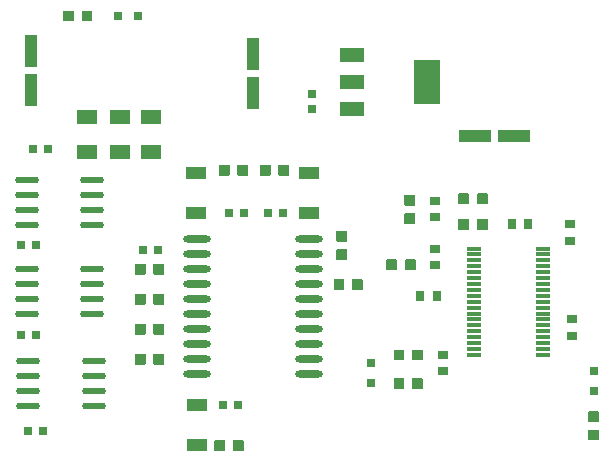
<source format=gtp>
G04*
G04 #@! TF.GenerationSoftware,Altium Limited,Altium Designer,18.1.9 (240)*
G04*
G04 Layer_Color=8421504*
%FSLAX25Y25*%
%MOIN*%
G70*
G01*
G75*
%ADD17R,0.04331X0.11024*%
%ADD18R,0.11024X0.04331*%
%ADD19R,0.06697X0.04754*%
%ADD20O,0.08014X0.02260*%
%ADD21R,0.07874X0.04724*%
%ADD22R,0.09055X0.14961*%
%ADD23R,0.03000X0.03000*%
%ADD24R,0.03175X0.03402*%
%ADD25R,0.03150X0.03150*%
%ADD26R,0.06693X0.04331*%
%ADD27R,0.05118X0.01181*%
%ADD28R,0.03402X0.03175*%
%ADD29R,0.03543X0.03150*%
%ADD30R,0.03150X0.03150*%
%ADD31R,0.03150X0.03543*%
%ADD32R,0.03000X0.03000*%
%ADD33O,0.09291X0.02343*%
G36*
X378367Y318592D02*
Y315442D01*
X378170Y315245D01*
X375021D01*
X374824Y315442D01*
Y316395D01*
X376280D01*
Y317694D01*
X374824D01*
Y318592D01*
X375021Y318789D01*
X378170D01*
X378367Y318592D01*
D02*
G37*
G36*
X372068D02*
Y317694D01*
X370572D01*
Y316395D01*
X372068D01*
Y315442D01*
X371871Y315245D01*
X368761D01*
X368564Y315442D01*
Y318592D01*
X368761Y318789D01*
X371871D01*
X372068Y318592D01*
D02*
G37*
G36*
X378367Y308592D02*
Y305442D01*
X378170Y305245D01*
X375021D01*
X374824Y305442D01*
Y306395D01*
X376280D01*
Y307694D01*
X374824D01*
Y308592D01*
X375021Y308789D01*
X378170D01*
X378367Y308592D01*
D02*
G37*
G36*
X372068D02*
Y307694D01*
X370572D01*
Y306395D01*
X372068D01*
Y305442D01*
X371871Y305245D01*
X368761D01*
X368564Y305442D01*
Y308592D01*
X368761Y308789D01*
X371871D01*
X372068Y308592D01*
D02*
G37*
G36*
X378367Y298592D02*
Y295442D01*
X378170Y295245D01*
X375021D01*
X374824Y295442D01*
Y296395D01*
X376280D01*
Y297694D01*
X374824D01*
Y298592D01*
X375021Y298789D01*
X378170D01*
X378367Y298592D01*
D02*
G37*
G36*
X372068D02*
Y297694D01*
X370572D01*
Y296395D01*
X372068D01*
Y295442D01*
X371871Y295245D01*
X368761D01*
X368564Y295442D01*
Y298592D01*
X368761Y298789D01*
X371871D01*
X372068Y298592D01*
D02*
G37*
G36*
X378367Y288592D02*
Y285442D01*
X378170Y285245D01*
X375021D01*
X374824Y285442D01*
Y286395D01*
X376280D01*
Y287694D01*
X374824D01*
Y288592D01*
X375021Y288789D01*
X378170D01*
X378367Y288592D01*
D02*
G37*
G36*
X372068D02*
Y287694D01*
X370572D01*
Y286395D01*
X372068D01*
Y285442D01*
X371871Y285245D01*
X368761D01*
X368564Y285442D01*
Y288592D01*
X368761Y288789D01*
X371871D01*
X372068Y288592D01*
D02*
G37*
G36*
X404902Y259882D02*
Y256732D01*
X404705Y256535D01*
X401555D01*
X401358Y256732D01*
Y257685D01*
X402815D01*
Y258984D01*
X401358D01*
Y259882D01*
X401555Y260079D01*
X404705D01*
X404902Y259882D01*
D02*
G37*
G36*
X398602D02*
Y258984D01*
X397106D01*
Y257685D01*
X398602D01*
Y256732D01*
X398406Y256535D01*
X395295D01*
X395098Y256732D01*
Y259882D01*
X395295Y260079D01*
X398406D01*
X398602Y259882D01*
D02*
G37*
G36*
X354436Y403075D02*
Y399925D01*
X354239Y399728D01*
X351090D01*
X350893Y399925D01*
Y400878D01*
X352349D01*
Y402177D01*
X350893D01*
Y403075D01*
X351090Y403272D01*
X354239D01*
X354436Y403075D01*
D02*
G37*
G36*
X348137D02*
Y402177D01*
X346641D01*
Y400878D01*
X348137D01*
Y399925D01*
X347940Y399728D01*
X344830D01*
X344633Y399925D01*
Y403075D01*
X344830Y403272D01*
X347940D01*
X348137Y403075D01*
D02*
G37*
G36*
X355848Y369805D02*
Y365839D01*
X355455Y365445D01*
X354032D01*
X353639Y365839D01*
Y366668D01*
X353245Y367061D01*
X351755D01*
X351361Y366668D01*
Y365839D01*
X350968Y365445D01*
X349545D01*
X349152Y365839D01*
Y369805D01*
X349545Y370199D01*
X355455D01*
X355848Y369805D01*
D02*
G37*
G36*
X377348Y369805D02*
Y365839D01*
X376955Y365445D01*
X375532D01*
X375138Y365839D01*
Y366668D01*
X374745Y367061D01*
X373255D01*
X372862Y366668D01*
Y365839D01*
X372468Y365445D01*
X371045D01*
X370652Y365839D01*
Y369805D01*
X371045Y370199D01*
X376955D01*
X377348Y369805D01*
D02*
G37*
G36*
X366848D02*
Y365839D01*
X366455Y365445D01*
X365032D01*
X364638Y365839D01*
Y366668D01*
X364245Y367061D01*
X362755D01*
X362362Y366668D01*
Y365839D01*
X361968Y365445D01*
X360545D01*
X360152Y365839D01*
Y369805D01*
X360545Y370199D01*
X366455D01*
X366848Y369805D01*
D02*
G37*
G36*
X355848Y358161D02*
Y354195D01*
X355455Y353801D01*
X349545D01*
X349152Y354195D01*
Y358161D01*
X349545Y358555D01*
X350968D01*
X351361Y358161D01*
Y357332D01*
X351755Y356939D01*
X353245D01*
X353639Y357332D01*
Y358161D01*
X354032Y358555D01*
X355455D01*
X355848Y358161D01*
D02*
G37*
G36*
X377348Y358161D02*
Y354195D01*
X376955Y353801D01*
X371045D01*
X370652Y354195D01*
Y358161D01*
X371045Y358555D01*
X372468D01*
X372862Y358161D01*
Y357332D01*
X373255Y356939D01*
X374745D01*
X375138Y357332D01*
Y358161D01*
X375532Y358555D01*
X376955D01*
X377348Y358161D01*
D02*
G37*
G36*
X366848D02*
Y354195D01*
X366455Y353801D01*
X360545D01*
X360152Y354195D01*
Y358161D01*
X360545Y358555D01*
X361968D01*
X362362Y358161D01*
Y357332D01*
X362755Y356939D01*
X364245D01*
X364638Y357332D01*
Y358161D01*
X365032Y358555D01*
X366455D01*
X366848Y358161D01*
D02*
G37*
G36*
X406367Y351575D02*
Y348425D01*
X406170Y348228D01*
X403021D01*
X402824Y348425D01*
Y349378D01*
X404281D01*
Y350677D01*
X402824D01*
Y351575D01*
X403021Y351772D01*
X406170D01*
X406367Y351575D01*
D02*
G37*
G36*
X400068D02*
Y350677D01*
X398572D01*
Y349378D01*
X400068D01*
Y348425D01*
X399871Y348228D01*
X396761D01*
X396564Y348425D01*
Y351575D01*
X396761Y351772D01*
X399871D01*
X400068Y351575D01*
D02*
G37*
G36*
X420054D02*
Y348425D01*
X419857Y348228D01*
X416708D01*
X416511Y348425D01*
Y349378D01*
X417968D01*
Y350677D01*
X416511D01*
Y351575D01*
X416708Y351772D01*
X419857D01*
X420054Y351575D01*
D02*
G37*
G36*
X413755D02*
Y350677D01*
X412259D01*
Y349378D01*
X413755D01*
Y348425D01*
X413558Y348228D01*
X410448D01*
X410251Y348425D01*
Y351575D01*
X410448Y351772D01*
X413558D01*
X413755Y351575D01*
D02*
G37*
G36*
X486142Y342134D02*
Y338984D01*
X485945Y338787D01*
X482835D01*
X482638Y338984D01*
Y339881D01*
X484134D01*
Y341181D01*
X482638D01*
Y342134D01*
X482835Y342330D01*
X485945D01*
X486142Y342134D01*
D02*
G37*
G36*
X479882D02*
Y341181D01*
X478425D01*
Y339881D01*
X479882D01*
Y338984D01*
X479685Y338787D01*
X476536D01*
X476339Y338984D01*
Y342134D01*
X476536Y342330D01*
X479685D01*
X479882Y342134D01*
D02*
G37*
G36*
X461977Y341670D02*
Y338560D01*
X461781Y338363D01*
X460883D01*
Y339859D01*
X459584D01*
Y338363D01*
X458631D01*
X458434Y338560D01*
Y341670D01*
X458631Y341867D01*
X461781D01*
X461977Y341670D01*
D02*
G37*
G36*
Y335410D02*
Y332261D01*
X461781Y332064D01*
X458631D01*
X458434Y332261D01*
Y335410D01*
X458631Y335607D01*
X459584D01*
Y334151D01*
X460883D01*
Y335607D01*
X461781D01*
X461977Y335410D01*
D02*
G37*
G36*
X486142Y333633D02*
Y330484D01*
X485945Y330287D01*
X482795D01*
X482599Y330484D01*
Y331437D01*
X484055D01*
Y332736D01*
X482599D01*
Y333633D01*
X482795Y333830D01*
X485945D01*
X486142Y333633D01*
D02*
G37*
G36*
X479843D02*
Y332736D01*
X478347D01*
Y331437D01*
X479843D01*
Y330484D01*
X479646Y330287D01*
X476536D01*
X476339Y330484D01*
Y333633D01*
X476536Y333830D01*
X479646D01*
X479843Y333633D01*
D02*
G37*
G36*
X439272Y329687D02*
Y326538D01*
X439075Y326341D01*
X438122D01*
Y327798D01*
X436823D01*
Y326341D01*
X435925D01*
X435728Y326538D01*
Y329687D01*
X435925Y329884D01*
X439075D01*
X439272Y329687D01*
D02*
G37*
G36*
Y323388D02*
Y320278D01*
X439075Y320081D01*
X435925D01*
X435728Y320278D01*
Y323388D01*
X435925Y323585D01*
X436823D01*
Y322089D01*
X438122D01*
Y323585D01*
X439075D01*
X439272Y323388D01*
D02*
G37*
G36*
X462142Y320124D02*
Y316974D01*
X461945Y316777D01*
X458835D01*
X458638Y316974D01*
Y317871D01*
X460134D01*
Y319171D01*
X458638D01*
Y320124D01*
X458835Y320320D01*
X461945D01*
X462142Y320124D01*
D02*
G37*
G36*
X455882D02*
Y319171D01*
X454425D01*
Y317871D01*
X455882D01*
Y316974D01*
X455685Y316777D01*
X452535D01*
X452339Y316974D01*
Y320124D01*
X452535Y320320D01*
X455685D01*
X455882Y320124D01*
D02*
G37*
G36*
X444648Y313575D02*
Y310425D01*
X444451Y310228D01*
X441301D01*
X441104Y310425D01*
Y311378D01*
X442561D01*
Y312677D01*
X441104D01*
Y313575D01*
X441301Y313772D01*
X444451D01*
X444648Y313575D01*
D02*
G37*
G36*
X438348D02*
Y312677D01*
X436852D01*
Y311378D01*
X438348D01*
Y310425D01*
X438152Y310228D01*
X435041D01*
X434844Y310425D01*
Y313575D01*
X435041Y313772D01*
X438152D01*
X438348Y313575D01*
D02*
G37*
G36*
X464642Y290075D02*
Y286925D01*
X464445Y286728D01*
X461296D01*
X461099Y286925D01*
Y287878D01*
X462555D01*
Y289177D01*
X461099D01*
Y290075D01*
X461296Y290272D01*
X464445D01*
X464642Y290075D01*
D02*
G37*
G36*
X458343D02*
Y289177D01*
X456847D01*
Y287878D01*
X458343D01*
Y286925D01*
X458146Y286728D01*
X455036D01*
X454839Y286925D01*
Y290075D01*
X455036Y290272D01*
X458146D01*
X458343Y290075D01*
D02*
G37*
G36*
X464642Y280575D02*
Y277425D01*
X464445Y277228D01*
X461296D01*
X461099Y277425D01*
Y278378D01*
X462555D01*
Y279677D01*
X461099D01*
Y280575D01*
X461296Y280772D01*
X464445D01*
X464642Y280575D01*
D02*
G37*
G36*
X458343D02*
Y279677D01*
X456847D01*
Y278378D01*
X458343D01*
Y277425D01*
X458146Y277228D01*
X455036D01*
X454839Y277425D01*
Y280575D01*
X455036Y280772D01*
X458146D01*
X458343Y280575D01*
D02*
G37*
G36*
X523272Y269624D02*
Y266474D01*
X523075Y266277D01*
X522122D01*
Y267734D01*
X520823D01*
Y266277D01*
X519925D01*
X519728Y266474D01*
Y269624D01*
X519925Y269821D01*
X523075D01*
X523272Y269624D01*
D02*
G37*
G36*
Y263325D02*
Y260214D01*
X523075Y260017D01*
X519925D01*
X519728Y260214D01*
Y263325D01*
X519925Y263521D01*
X520823D01*
Y262025D01*
X522122D01*
Y263521D01*
X523075D01*
X523272Y263325D01*
D02*
G37*
D17*
X334000Y376774D02*
D03*
Y389848D02*
D03*
X408000Y375774D02*
D03*
Y388848D02*
D03*
D18*
X481963Y361500D02*
D03*
X495037D02*
D03*
D19*
X363500Y356178D02*
D03*
Y367822D02*
D03*
X374000Y356178D02*
D03*
Y367822D02*
D03*
X352500Y356178D02*
D03*
Y367822D02*
D03*
D20*
X354293Y302000D02*
D03*
Y307000D02*
D03*
Y312000D02*
D03*
Y317000D02*
D03*
X332500Y302000D02*
D03*
Y307000D02*
D03*
Y312000D02*
D03*
Y317000D02*
D03*
X354397Y331941D02*
D03*
Y336941D02*
D03*
Y341941D02*
D03*
Y346941D02*
D03*
X332603Y331941D02*
D03*
Y336941D02*
D03*
Y341941D02*
D03*
Y346941D02*
D03*
X333103Y286500D02*
D03*
Y281500D02*
D03*
Y276500D02*
D03*
Y271500D02*
D03*
X354897Y286500D02*
D03*
Y281500D02*
D03*
Y276500D02*
D03*
Y271500D02*
D03*
D21*
X441000Y388555D02*
D03*
Y370445D02*
D03*
Y379500D02*
D03*
D22*
X466000D02*
D03*
D23*
X335618Y295000D02*
D03*
X330500D02*
D03*
X338059Y263000D02*
D03*
X332941D02*
D03*
X335618Y325000D02*
D03*
X330500D02*
D03*
X399941Y335807D02*
D03*
X405059D02*
D03*
X418118Y335824D02*
D03*
X413000D02*
D03*
X402965Y271693D02*
D03*
X397847D02*
D03*
X334500Y357000D02*
D03*
X339618D02*
D03*
X371313Y323468D02*
D03*
X376431D02*
D03*
D24*
X352500Y401500D02*
D03*
X346569D02*
D03*
X398500Y350000D02*
D03*
X404431D02*
D03*
X412187D02*
D03*
X418118D02*
D03*
X484206Y340559D02*
D03*
X478275D02*
D03*
X478275Y332059D02*
D03*
X484206D02*
D03*
X460206Y318549D02*
D03*
X454275D02*
D03*
X456775Y279000D02*
D03*
X462706D02*
D03*
X436781Y312000D02*
D03*
X442711D02*
D03*
X370500Y317017D02*
D03*
X376431D02*
D03*
X370500Y307017D02*
D03*
X376431D02*
D03*
X370500Y297017D02*
D03*
X376431D02*
D03*
X370500Y287017D02*
D03*
X376431D02*
D03*
X397035Y258307D02*
D03*
X402965D02*
D03*
X456775Y288500D02*
D03*
X462706D02*
D03*
D25*
X369700Y401500D02*
D03*
X363000D02*
D03*
D26*
X426622Y335824D02*
D03*
Y349210D02*
D03*
X389000Y335807D02*
D03*
Y349193D02*
D03*
X389378Y271693D02*
D03*
Y258307D02*
D03*
D27*
X504544Y323943D02*
D03*
Y321975D02*
D03*
Y320006D02*
D03*
Y318038D02*
D03*
Y316069D02*
D03*
Y314101D02*
D03*
Y312132D02*
D03*
Y310164D02*
D03*
Y308195D02*
D03*
Y306227D02*
D03*
Y304258D02*
D03*
Y302290D02*
D03*
Y300321D02*
D03*
Y298353D02*
D03*
X504549Y296389D02*
D03*
X504542Y294408D02*
D03*
Y292446D02*
D03*
X504545Y290474D02*
D03*
X504542Y288509D02*
D03*
X481706Y288506D02*
D03*
Y290475D02*
D03*
Y292443D02*
D03*
Y294412D02*
D03*
Y296380D02*
D03*
Y298349D02*
D03*
Y300317D02*
D03*
Y302286D02*
D03*
Y304254D02*
D03*
Y306223D02*
D03*
Y308191D02*
D03*
Y310160D02*
D03*
Y312128D02*
D03*
Y314097D02*
D03*
Y316065D02*
D03*
X481708Y318034D02*
D03*
X481706Y320000D02*
D03*
Y321971D02*
D03*
X481716Y323949D02*
D03*
D28*
X460206Y339931D02*
D03*
Y334000D02*
D03*
X521500Y261953D02*
D03*
Y267884D02*
D03*
X437500Y322017D02*
D03*
Y327948D02*
D03*
D29*
X468706Y334420D02*
D03*
Y339931D02*
D03*
Y323949D02*
D03*
Y318438D02*
D03*
X471206Y288500D02*
D03*
Y282989D02*
D03*
X514206Y300321D02*
D03*
Y294810D02*
D03*
X513500Y326478D02*
D03*
Y331989D02*
D03*
D30*
X521500Y276535D02*
D03*
Y283235D02*
D03*
X447206Y285700D02*
D03*
Y279000D02*
D03*
D31*
X463695Y308195D02*
D03*
X469206D02*
D03*
X499717Y331989D02*
D03*
X494206D02*
D03*
D32*
X427500Y370500D02*
D03*
Y375618D02*
D03*
D33*
X426622Y282017D02*
D03*
Y287017D02*
D03*
Y292017D02*
D03*
Y297017D02*
D03*
Y302017D02*
D03*
Y307017D02*
D03*
Y312017D02*
D03*
Y317017D02*
D03*
Y322017D02*
D03*
Y327017D02*
D03*
X389378Y282017D02*
D03*
Y287017D02*
D03*
Y292017D02*
D03*
Y297017D02*
D03*
Y302017D02*
D03*
Y307017D02*
D03*
Y312017D02*
D03*
Y317017D02*
D03*
Y322017D02*
D03*
Y327017D02*
D03*
M02*

</source>
